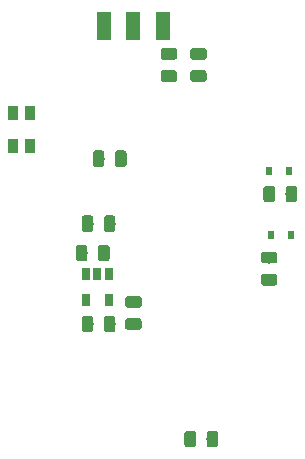
<source format=gtp>
G04 #@! TF.GenerationSoftware,KiCad,Pcbnew,(5.1.0-0)*
G04 #@! TF.CreationDate,2019-10-12T10:13:56-07:00*
G04 #@! TF.ProjectId,BB-Mainboard-0,42422d4d-6169-46e6-926f-6172642d302e,rev?*
G04 #@! TF.SameCoordinates,Original*
G04 #@! TF.FileFunction,Paste,Top*
G04 #@! TF.FilePolarity,Positive*
%FSLAX46Y46*%
G04 Gerber Fmt 4.6, Leading zero omitted, Abs format (unit mm)*
G04 Created by KiCad (PCBNEW (5.1.0-0)) date 2019-10-12 10:13:56*
%MOMM*%
%LPD*%
G04 APERTURE LIST*
%ADD10C,0.100000*%
%ADD11C,0.975000*%
%ADD12R,0.900000X1.200000*%
%ADD13R,1.194000X2.494000*%
%ADD14R,0.650000X1.060000*%
%ADD15R,0.600000X0.800000*%
G04 APERTURE END LIST*
D10*
G36*
X130980142Y-56888673D02*
G01*
X131003803Y-56892183D01*
X131027007Y-56897995D01*
X131049529Y-56906053D01*
X131071153Y-56916281D01*
X131091670Y-56928578D01*
X131110883Y-56942828D01*
X131128607Y-56958892D01*
X131144671Y-56976616D01*
X131158921Y-56995829D01*
X131171218Y-57016346D01*
X131181446Y-57037970D01*
X131189504Y-57060492D01*
X131195316Y-57083696D01*
X131198826Y-57107357D01*
X131200000Y-57131249D01*
X131200000Y-57618749D01*
X131198826Y-57642641D01*
X131195316Y-57666302D01*
X131189504Y-57689506D01*
X131181446Y-57712028D01*
X131171218Y-57733652D01*
X131158921Y-57754169D01*
X131144671Y-57773382D01*
X131128607Y-57791106D01*
X131110883Y-57807170D01*
X131091670Y-57821420D01*
X131071153Y-57833717D01*
X131049529Y-57843945D01*
X131027007Y-57852003D01*
X131003803Y-57857815D01*
X130980142Y-57861325D01*
X130956250Y-57862499D01*
X130043750Y-57862499D01*
X130019858Y-57861325D01*
X129996197Y-57857815D01*
X129972993Y-57852003D01*
X129950471Y-57843945D01*
X129928847Y-57833717D01*
X129908330Y-57821420D01*
X129889117Y-57807170D01*
X129871393Y-57791106D01*
X129855329Y-57773382D01*
X129841079Y-57754169D01*
X129828782Y-57733652D01*
X129818554Y-57712028D01*
X129810496Y-57689506D01*
X129804684Y-57666302D01*
X129801174Y-57642641D01*
X129800000Y-57618749D01*
X129800000Y-57131249D01*
X129801174Y-57107357D01*
X129804684Y-57083696D01*
X129810496Y-57060492D01*
X129818554Y-57037970D01*
X129828782Y-57016346D01*
X129841079Y-56995829D01*
X129855329Y-56976616D01*
X129871393Y-56958892D01*
X129889117Y-56942828D01*
X129908330Y-56928578D01*
X129928847Y-56916281D01*
X129950471Y-56906053D01*
X129972993Y-56897995D01*
X129996197Y-56892183D01*
X130019858Y-56888673D01*
X130043750Y-56887499D01*
X130956250Y-56887499D01*
X130980142Y-56888673D01*
X130980142Y-56888673D01*
G37*
D11*
X130500000Y-57374999D03*
D10*
G36*
X130980142Y-58763673D02*
G01*
X131003803Y-58767183D01*
X131027007Y-58772995D01*
X131049529Y-58781053D01*
X131071153Y-58791281D01*
X131091670Y-58803578D01*
X131110883Y-58817828D01*
X131128607Y-58833892D01*
X131144671Y-58851616D01*
X131158921Y-58870829D01*
X131171218Y-58891346D01*
X131181446Y-58912970D01*
X131189504Y-58935492D01*
X131195316Y-58958696D01*
X131198826Y-58982357D01*
X131200000Y-59006249D01*
X131200000Y-59493749D01*
X131198826Y-59517641D01*
X131195316Y-59541302D01*
X131189504Y-59564506D01*
X131181446Y-59587028D01*
X131171218Y-59608652D01*
X131158921Y-59629169D01*
X131144671Y-59648382D01*
X131128607Y-59666106D01*
X131110883Y-59682170D01*
X131091670Y-59696420D01*
X131071153Y-59708717D01*
X131049529Y-59718945D01*
X131027007Y-59727003D01*
X131003803Y-59732815D01*
X130980142Y-59736325D01*
X130956250Y-59737499D01*
X130043750Y-59737499D01*
X130019858Y-59736325D01*
X129996197Y-59732815D01*
X129972993Y-59727003D01*
X129950471Y-59718945D01*
X129928847Y-59708717D01*
X129908330Y-59696420D01*
X129889117Y-59682170D01*
X129871393Y-59666106D01*
X129855329Y-59648382D01*
X129841079Y-59629169D01*
X129828782Y-59608652D01*
X129818554Y-59587028D01*
X129810496Y-59564506D01*
X129804684Y-59541302D01*
X129801174Y-59517641D01*
X129800000Y-59493749D01*
X129800000Y-59006249D01*
X129801174Y-58982357D01*
X129804684Y-58958696D01*
X129810496Y-58935492D01*
X129818554Y-58912970D01*
X129828782Y-58891346D01*
X129841079Y-58870829D01*
X129855329Y-58851616D01*
X129871393Y-58833892D01*
X129889117Y-58817828D01*
X129908330Y-58803578D01*
X129928847Y-58791281D01*
X129950471Y-58781053D01*
X129972993Y-58772995D01*
X129996197Y-58767183D01*
X130019858Y-58763673D01*
X130043750Y-58762499D01*
X130956250Y-58762499D01*
X130980142Y-58763673D01*
X130980142Y-58763673D01*
G37*
D11*
X130500000Y-59249999D03*
D12*
X108775000Y-47900000D03*
X110225000Y-45100000D03*
X110225000Y-47900000D03*
X108775000Y-45100000D03*
D10*
G36*
X118205142Y-48301174D02*
G01*
X118228803Y-48304684D01*
X118252007Y-48310496D01*
X118274529Y-48318554D01*
X118296153Y-48328782D01*
X118316670Y-48341079D01*
X118335883Y-48355329D01*
X118353607Y-48371393D01*
X118369671Y-48389117D01*
X118383921Y-48408330D01*
X118396218Y-48428847D01*
X118406446Y-48450471D01*
X118414504Y-48472993D01*
X118420316Y-48496197D01*
X118423826Y-48519858D01*
X118425000Y-48543750D01*
X118425000Y-49456250D01*
X118423826Y-49480142D01*
X118420316Y-49503803D01*
X118414504Y-49527007D01*
X118406446Y-49549529D01*
X118396218Y-49571153D01*
X118383921Y-49591670D01*
X118369671Y-49610883D01*
X118353607Y-49628607D01*
X118335883Y-49644671D01*
X118316670Y-49658921D01*
X118296153Y-49671218D01*
X118274529Y-49681446D01*
X118252007Y-49689504D01*
X118228803Y-49695316D01*
X118205142Y-49698826D01*
X118181250Y-49700000D01*
X117693750Y-49700000D01*
X117669858Y-49698826D01*
X117646197Y-49695316D01*
X117622993Y-49689504D01*
X117600471Y-49681446D01*
X117578847Y-49671218D01*
X117558330Y-49658921D01*
X117539117Y-49644671D01*
X117521393Y-49628607D01*
X117505329Y-49610883D01*
X117491079Y-49591670D01*
X117478782Y-49571153D01*
X117468554Y-49549529D01*
X117460496Y-49527007D01*
X117454684Y-49503803D01*
X117451174Y-49480142D01*
X117450000Y-49456250D01*
X117450000Y-48543750D01*
X117451174Y-48519858D01*
X117454684Y-48496197D01*
X117460496Y-48472993D01*
X117468554Y-48450471D01*
X117478782Y-48428847D01*
X117491079Y-48408330D01*
X117505329Y-48389117D01*
X117521393Y-48371393D01*
X117539117Y-48355329D01*
X117558330Y-48341079D01*
X117578847Y-48328782D01*
X117600471Y-48318554D01*
X117622993Y-48310496D01*
X117646197Y-48304684D01*
X117669858Y-48301174D01*
X117693750Y-48300000D01*
X118181250Y-48300000D01*
X118205142Y-48301174D01*
X118205142Y-48301174D01*
G37*
D11*
X117937500Y-49000000D03*
D10*
G36*
X116330142Y-48301174D02*
G01*
X116353803Y-48304684D01*
X116377007Y-48310496D01*
X116399529Y-48318554D01*
X116421153Y-48328782D01*
X116441670Y-48341079D01*
X116460883Y-48355329D01*
X116478607Y-48371393D01*
X116494671Y-48389117D01*
X116508921Y-48408330D01*
X116521218Y-48428847D01*
X116531446Y-48450471D01*
X116539504Y-48472993D01*
X116545316Y-48496197D01*
X116548826Y-48519858D01*
X116550000Y-48543750D01*
X116550000Y-49456250D01*
X116548826Y-49480142D01*
X116545316Y-49503803D01*
X116539504Y-49527007D01*
X116531446Y-49549529D01*
X116521218Y-49571153D01*
X116508921Y-49591670D01*
X116494671Y-49610883D01*
X116478607Y-49628607D01*
X116460883Y-49644671D01*
X116441670Y-49658921D01*
X116421153Y-49671218D01*
X116399529Y-49681446D01*
X116377007Y-49689504D01*
X116353803Y-49695316D01*
X116330142Y-49698826D01*
X116306250Y-49700000D01*
X115818750Y-49700000D01*
X115794858Y-49698826D01*
X115771197Y-49695316D01*
X115747993Y-49689504D01*
X115725471Y-49681446D01*
X115703847Y-49671218D01*
X115683330Y-49658921D01*
X115664117Y-49644671D01*
X115646393Y-49628607D01*
X115630329Y-49610883D01*
X115616079Y-49591670D01*
X115603782Y-49571153D01*
X115593554Y-49549529D01*
X115585496Y-49527007D01*
X115579684Y-49503803D01*
X115576174Y-49480142D01*
X115575000Y-49456250D01*
X115575000Y-48543750D01*
X115576174Y-48519858D01*
X115579684Y-48496197D01*
X115585496Y-48472993D01*
X115593554Y-48450471D01*
X115603782Y-48428847D01*
X115616079Y-48408330D01*
X115630329Y-48389117D01*
X115646393Y-48371393D01*
X115664117Y-48355329D01*
X115683330Y-48341079D01*
X115703847Y-48328782D01*
X115725471Y-48318554D01*
X115747993Y-48310496D01*
X115771197Y-48304684D01*
X115794858Y-48301174D01*
X115818750Y-48300000D01*
X116306250Y-48300000D01*
X116330142Y-48301174D01*
X116330142Y-48301174D01*
G37*
D11*
X116062500Y-49000000D03*
D13*
X121500000Y-37750000D03*
X119000000Y-37750000D03*
X116500000Y-37750000D03*
D14*
X116900000Y-61000000D03*
X115000000Y-61000000D03*
X115000000Y-58800000D03*
X115950000Y-58800000D03*
X116900000Y-58800000D03*
D10*
G36*
X124080142Y-72051174D02*
G01*
X124103803Y-72054684D01*
X124127007Y-72060496D01*
X124149529Y-72068554D01*
X124171153Y-72078782D01*
X124191670Y-72091079D01*
X124210883Y-72105329D01*
X124228607Y-72121393D01*
X124244671Y-72139117D01*
X124258921Y-72158330D01*
X124271218Y-72178847D01*
X124281446Y-72200471D01*
X124289504Y-72222993D01*
X124295316Y-72246197D01*
X124298826Y-72269858D01*
X124300000Y-72293750D01*
X124300000Y-73206250D01*
X124298826Y-73230142D01*
X124295316Y-73253803D01*
X124289504Y-73277007D01*
X124281446Y-73299529D01*
X124271218Y-73321153D01*
X124258921Y-73341670D01*
X124244671Y-73360883D01*
X124228607Y-73378607D01*
X124210883Y-73394671D01*
X124191670Y-73408921D01*
X124171153Y-73421218D01*
X124149529Y-73431446D01*
X124127007Y-73439504D01*
X124103803Y-73445316D01*
X124080142Y-73448826D01*
X124056250Y-73450000D01*
X123568750Y-73450000D01*
X123544858Y-73448826D01*
X123521197Y-73445316D01*
X123497993Y-73439504D01*
X123475471Y-73431446D01*
X123453847Y-73421218D01*
X123433330Y-73408921D01*
X123414117Y-73394671D01*
X123396393Y-73378607D01*
X123380329Y-73360883D01*
X123366079Y-73341670D01*
X123353782Y-73321153D01*
X123343554Y-73299529D01*
X123335496Y-73277007D01*
X123329684Y-73253803D01*
X123326174Y-73230142D01*
X123325000Y-73206250D01*
X123325000Y-72293750D01*
X123326174Y-72269858D01*
X123329684Y-72246197D01*
X123335496Y-72222993D01*
X123343554Y-72200471D01*
X123353782Y-72178847D01*
X123366079Y-72158330D01*
X123380329Y-72139117D01*
X123396393Y-72121393D01*
X123414117Y-72105329D01*
X123433330Y-72091079D01*
X123453847Y-72078782D01*
X123475471Y-72068554D01*
X123497993Y-72060496D01*
X123521197Y-72054684D01*
X123544858Y-72051174D01*
X123568750Y-72050000D01*
X124056250Y-72050000D01*
X124080142Y-72051174D01*
X124080142Y-72051174D01*
G37*
D11*
X123812500Y-72750000D03*
D10*
G36*
X125955142Y-72051174D02*
G01*
X125978803Y-72054684D01*
X126002007Y-72060496D01*
X126024529Y-72068554D01*
X126046153Y-72078782D01*
X126066670Y-72091079D01*
X126085883Y-72105329D01*
X126103607Y-72121393D01*
X126119671Y-72139117D01*
X126133921Y-72158330D01*
X126146218Y-72178847D01*
X126156446Y-72200471D01*
X126164504Y-72222993D01*
X126170316Y-72246197D01*
X126173826Y-72269858D01*
X126175000Y-72293750D01*
X126175000Y-73206250D01*
X126173826Y-73230142D01*
X126170316Y-73253803D01*
X126164504Y-73277007D01*
X126156446Y-73299529D01*
X126146218Y-73321153D01*
X126133921Y-73341670D01*
X126119671Y-73360883D01*
X126103607Y-73378607D01*
X126085883Y-73394671D01*
X126066670Y-73408921D01*
X126046153Y-73421218D01*
X126024529Y-73431446D01*
X126002007Y-73439504D01*
X125978803Y-73445316D01*
X125955142Y-73448826D01*
X125931250Y-73450000D01*
X125443750Y-73450000D01*
X125419858Y-73448826D01*
X125396197Y-73445316D01*
X125372993Y-73439504D01*
X125350471Y-73431446D01*
X125328847Y-73421218D01*
X125308330Y-73408921D01*
X125289117Y-73394671D01*
X125271393Y-73378607D01*
X125255329Y-73360883D01*
X125241079Y-73341670D01*
X125228782Y-73321153D01*
X125218554Y-73299529D01*
X125210496Y-73277007D01*
X125204684Y-73253803D01*
X125201174Y-73230142D01*
X125200000Y-73206250D01*
X125200000Y-72293750D01*
X125201174Y-72269858D01*
X125204684Y-72246197D01*
X125210496Y-72222993D01*
X125218554Y-72200471D01*
X125228782Y-72178847D01*
X125241079Y-72158330D01*
X125255329Y-72139117D01*
X125271393Y-72121393D01*
X125289117Y-72105329D01*
X125308330Y-72091079D01*
X125328847Y-72078782D01*
X125350471Y-72068554D01*
X125372993Y-72060496D01*
X125396197Y-72054684D01*
X125419858Y-72051174D01*
X125443750Y-72050000D01*
X125931250Y-72050000D01*
X125955142Y-72051174D01*
X125955142Y-72051174D01*
G37*
D11*
X125687500Y-72750000D03*
D10*
G36*
X117267642Y-53801174D02*
G01*
X117291303Y-53804684D01*
X117314507Y-53810496D01*
X117337029Y-53818554D01*
X117358653Y-53828782D01*
X117379170Y-53841079D01*
X117398383Y-53855329D01*
X117416107Y-53871393D01*
X117432171Y-53889117D01*
X117446421Y-53908330D01*
X117458718Y-53928847D01*
X117468946Y-53950471D01*
X117477004Y-53972993D01*
X117482816Y-53996197D01*
X117486326Y-54019858D01*
X117487500Y-54043750D01*
X117487500Y-54956250D01*
X117486326Y-54980142D01*
X117482816Y-55003803D01*
X117477004Y-55027007D01*
X117468946Y-55049529D01*
X117458718Y-55071153D01*
X117446421Y-55091670D01*
X117432171Y-55110883D01*
X117416107Y-55128607D01*
X117398383Y-55144671D01*
X117379170Y-55158921D01*
X117358653Y-55171218D01*
X117337029Y-55181446D01*
X117314507Y-55189504D01*
X117291303Y-55195316D01*
X117267642Y-55198826D01*
X117243750Y-55200000D01*
X116756250Y-55200000D01*
X116732358Y-55198826D01*
X116708697Y-55195316D01*
X116685493Y-55189504D01*
X116662971Y-55181446D01*
X116641347Y-55171218D01*
X116620830Y-55158921D01*
X116601617Y-55144671D01*
X116583893Y-55128607D01*
X116567829Y-55110883D01*
X116553579Y-55091670D01*
X116541282Y-55071153D01*
X116531054Y-55049529D01*
X116522996Y-55027007D01*
X116517184Y-55003803D01*
X116513674Y-54980142D01*
X116512500Y-54956250D01*
X116512500Y-54043750D01*
X116513674Y-54019858D01*
X116517184Y-53996197D01*
X116522996Y-53972993D01*
X116531054Y-53950471D01*
X116541282Y-53928847D01*
X116553579Y-53908330D01*
X116567829Y-53889117D01*
X116583893Y-53871393D01*
X116601617Y-53855329D01*
X116620830Y-53841079D01*
X116641347Y-53828782D01*
X116662971Y-53818554D01*
X116685493Y-53810496D01*
X116708697Y-53804684D01*
X116732358Y-53801174D01*
X116756250Y-53800000D01*
X117243750Y-53800000D01*
X117267642Y-53801174D01*
X117267642Y-53801174D01*
G37*
D11*
X117000000Y-54500000D03*
D10*
G36*
X115392642Y-53801174D02*
G01*
X115416303Y-53804684D01*
X115439507Y-53810496D01*
X115462029Y-53818554D01*
X115483653Y-53828782D01*
X115504170Y-53841079D01*
X115523383Y-53855329D01*
X115541107Y-53871393D01*
X115557171Y-53889117D01*
X115571421Y-53908330D01*
X115583718Y-53928847D01*
X115593946Y-53950471D01*
X115602004Y-53972993D01*
X115607816Y-53996197D01*
X115611326Y-54019858D01*
X115612500Y-54043750D01*
X115612500Y-54956250D01*
X115611326Y-54980142D01*
X115607816Y-55003803D01*
X115602004Y-55027007D01*
X115593946Y-55049529D01*
X115583718Y-55071153D01*
X115571421Y-55091670D01*
X115557171Y-55110883D01*
X115541107Y-55128607D01*
X115523383Y-55144671D01*
X115504170Y-55158921D01*
X115483653Y-55171218D01*
X115462029Y-55181446D01*
X115439507Y-55189504D01*
X115416303Y-55195316D01*
X115392642Y-55198826D01*
X115368750Y-55200000D01*
X114881250Y-55200000D01*
X114857358Y-55198826D01*
X114833697Y-55195316D01*
X114810493Y-55189504D01*
X114787971Y-55181446D01*
X114766347Y-55171218D01*
X114745830Y-55158921D01*
X114726617Y-55144671D01*
X114708893Y-55128607D01*
X114692829Y-55110883D01*
X114678579Y-55091670D01*
X114666282Y-55071153D01*
X114656054Y-55049529D01*
X114647996Y-55027007D01*
X114642184Y-55003803D01*
X114638674Y-54980142D01*
X114637500Y-54956250D01*
X114637500Y-54043750D01*
X114638674Y-54019858D01*
X114642184Y-53996197D01*
X114647996Y-53972993D01*
X114656054Y-53950471D01*
X114666282Y-53928847D01*
X114678579Y-53908330D01*
X114692829Y-53889117D01*
X114708893Y-53871393D01*
X114726617Y-53855329D01*
X114745830Y-53841079D01*
X114766347Y-53828782D01*
X114787971Y-53818554D01*
X114810493Y-53810496D01*
X114833697Y-53804684D01*
X114857358Y-53801174D01*
X114881250Y-53800000D01*
X115368750Y-53800000D01*
X115392642Y-53801174D01*
X115392642Y-53801174D01*
G37*
D11*
X115125000Y-54500000D03*
D10*
G36*
X124980142Y-41513674D02*
G01*
X125003803Y-41517184D01*
X125027007Y-41522996D01*
X125049529Y-41531054D01*
X125071153Y-41541282D01*
X125091670Y-41553579D01*
X125110883Y-41567829D01*
X125128607Y-41583893D01*
X125144671Y-41601617D01*
X125158921Y-41620830D01*
X125171218Y-41641347D01*
X125181446Y-41662971D01*
X125189504Y-41685493D01*
X125195316Y-41708697D01*
X125198826Y-41732358D01*
X125200000Y-41756250D01*
X125200000Y-42243750D01*
X125198826Y-42267642D01*
X125195316Y-42291303D01*
X125189504Y-42314507D01*
X125181446Y-42337029D01*
X125171218Y-42358653D01*
X125158921Y-42379170D01*
X125144671Y-42398383D01*
X125128607Y-42416107D01*
X125110883Y-42432171D01*
X125091670Y-42446421D01*
X125071153Y-42458718D01*
X125049529Y-42468946D01*
X125027007Y-42477004D01*
X125003803Y-42482816D01*
X124980142Y-42486326D01*
X124956250Y-42487500D01*
X124043750Y-42487500D01*
X124019858Y-42486326D01*
X123996197Y-42482816D01*
X123972993Y-42477004D01*
X123950471Y-42468946D01*
X123928847Y-42458718D01*
X123908330Y-42446421D01*
X123889117Y-42432171D01*
X123871393Y-42416107D01*
X123855329Y-42398383D01*
X123841079Y-42379170D01*
X123828782Y-42358653D01*
X123818554Y-42337029D01*
X123810496Y-42314507D01*
X123804684Y-42291303D01*
X123801174Y-42267642D01*
X123800000Y-42243750D01*
X123800000Y-41756250D01*
X123801174Y-41732358D01*
X123804684Y-41708697D01*
X123810496Y-41685493D01*
X123818554Y-41662971D01*
X123828782Y-41641347D01*
X123841079Y-41620830D01*
X123855329Y-41601617D01*
X123871393Y-41583893D01*
X123889117Y-41567829D01*
X123908330Y-41553579D01*
X123928847Y-41541282D01*
X123950471Y-41531054D01*
X123972993Y-41522996D01*
X123996197Y-41517184D01*
X124019858Y-41513674D01*
X124043750Y-41512500D01*
X124956250Y-41512500D01*
X124980142Y-41513674D01*
X124980142Y-41513674D01*
G37*
D11*
X124500000Y-42000000D03*
D10*
G36*
X124980142Y-39638674D02*
G01*
X125003803Y-39642184D01*
X125027007Y-39647996D01*
X125049529Y-39656054D01*
X125071153Y-39666282D01*
X125091670Y-39678579D01*
X125110883Y-39692829D01*
X125128607Y-39708893D01*
X125144671Y-39726617D01*
X125158921Y-39745830D01*
X125171218Y-39766347D01*
X125181446Y-39787971D01*
X125189504Y-39810493D01*
X125195316Y-39833697D01*
X125198826Y-39857358D01*
X125200000Y-39881250D01*
X125200000Y-40368750D01*
X125198826Y-40392642D01*
X125195316Y-40416303D01*
X125189504Y-40439507D01*
X125181446Y-40462029D01*
X125171218Y-40483653D01*
X125158921Y-40504170D01*
X125144671Y-40523383D01*
X125128607Y-40541107D01*
X125110883Y-40557171D01*
X125091670Y-40571421D01*
X125071153Y-40583718D01*
X125049529Y-40593946D01*
X125027007Y-40602004D01*
X125003803Y-40607816D01*
X124980142Y-40611326D01*
X124956250Y-40612500D01*
X124043750Y-40612500D01*
X124019858Y-40611326D01*
X123996197Y-40607816D01*
X123972993Y-40602004D01*
X123950471Y-40593946D01*
X123928847Y-40583718D01*
X123908330Y-40571421D01*
X123889117Y-40557171D01*
X123871393Y-40541107D01*
X123855329Y-40523383D01*
X123841079Y-40504170D01*
X123828782Y-40483653D01*
X123818554Y-40462029D01*
X123810496Y-40439507D01*
X123804684Y-40416303D01*
X123801174Y-40392642D01*
X123800000Y-40368750D01*
X123800000Y-39881250D01*
X123801174Y-39857358D01*
X123804684Y-39833697D01*
X123810496Y-39810493D01*
X123818554Y-39787971D01*
X123828782Y-39766347D01*
X123841079Y-39745830D01*
X123855329Y-39726617D01*
X123871393Y-39708893D01*
X123889117Y-39692829D01*
X123908330Y-39678579D01*
X123928847Y-39666282D01*
X123950471Y-39656054D01*
X123972993Y-39647996D01*
X123996197Y-39642184D01*
X124019858Y-39638674D01*
X124043750Y-39637500D01*
X124956250Y-39637500D01*
X124980142Y-39638674D01*
X124980142Y-39638674D01*
G37*
D11*
X124500000Y-40125000D03*
D10*
G36*
X119480142Y-62513674D02*
G01*
X119503803Y-62517184D01*
X119527007Y-62522996D01*
X119549529Y-62531054D01*
X119571153Y-62541282D01*
X119591670Y-62553579D01*
X119610883Y-62567829D01*
X119628607Y-62583893D01*
X119644671Y-62601617D01*
X119658921Y-62620830D01*
X119671218Y-62641347D01*
X119681446Y-62662971D01*
X119689504Y-62685493D01*
X119695316Y-62708697D01*
X119698826Y-62732358D01*
X119700000Y-62756250D01*
X119700000Y-63243750D01*
X119698826Y-63267642D01*
X119695316Y-63291303D01*
X119689504Y-63314507D01*
X119681446Y-63337029D01*
X119671218Y-63358653D01*
X119658921Y-63379170D01*
X119644671Y-63398383D01*
X119628607Y-63416107D01*
X119610883Y-63432171D01*
X119591670Y-63446421D01*
X119571153Y-63458718D01*
X119549529Y-63468946D01*
X119527007Y-63477004D01*
X119503803Y-63482816D01*
X119480142Y-63486326D01*
X119456250Y-63487500D01*
X118543750Y-63487500D01*
X118519858Y-63486326D01*
X118496197Y-63482816D01*
X118472993Y-63477004D01*
X118450471Y-63468946D01*
X118428847Y-63458718D01*
X118408330Y-63446421D01*
X118389117Y-63432171D01*
X118371393Y-63416107D01*
X118355329Y-63398383D01*
X118341079Y-63379170D01*
X118328782Y-63358653D01*
X118318554Y-63337029D01*
X118310496Y-63314507D01*
X118304684Y-63291303D01*
X118301174Y-63267642D01*
X118300000Y-63243750D01*
X118300000Y-62756250D01*
X118301174Y-62732358D01*
X118304684Y-62708697D01*
X118310496Y-62685493D01*
X118318554Y-62662971D01*
X118328782Y-62641347D01*
X118341079Y-62620830D01*
X118355329Y-62601617D01*
X118371393Y-62583893D01*
X118389117Y-62567829D01*
X118408330Y-62553579D01*
X118428847Y-62541282D01*
X118450471Y-62531054D01*
X118472993Y-62522996D01*
X118496197Y-62517184D01*
X118519858Y-62513674D01*
X118543750Y-62512500D01*
X119456250Y-62512500D01*
X119480142Y-62513674D01*
X119480142Y-62513674D01*
G37*
D11*
X119000000Y-63000000D03*
D10*
G36*
X119480142Y-60638674D02*
G01*
X119503803Y-60642184D01*
X119527007Y-60647996D01*
X119549529Y-60656054D01*
X119571153Y-60666282D01*
X119591670Y-60678579D01*
X119610883Y-60692829D01*
X119628607Y-60708893D01*
X119644671Y-60726617D01*
X119658921Y-60745830D01*
X119671218Y-60766347D01*
X119681446Y-60787971D01*
X119689504Y-60810493D01*
X119695316Y-60833697D01*
X119698826Y-60857358D01*
X119700000Y-60881250D01*
X119700000Y-61368750D01*
X119698826Y-61392642D01*
X119695316Y-61416303D01*
X119689504Y-61439507D01*
X119681446Y-61462029D01*
X119671218Y-61483653D01*
X119658921Y-61504170D01*
X119644671Y-61523383D01*
X119628607Y-61541107D01*
X119610883Y-61557171D01*
X119591670Y-61571421D01*
X119571153Y-61583718D01*
X119549529Y-61593946D01*
X119527007Y-61602004D01*
X119503803Y-61607816D01*
X119480142Y-61611326D01*
X119456250Y-61612500D01*
X118543750Y-61612500D01*
X118519858Y-61611326D01*
X118496197Y-61607816D01*
X118472993Y-61602004D01*
X118450471Y-61593946D01*
X118428847Y-61583718D01*
X118408330Y-61571421D01*
X118389117Y-61557171D01*
X118371393Y-61541107D01*
X118355329Y-61523383D01*
X118341079Y-61504170D01*
X118328782Y-61483653D01*
X118318554Y-61462029D01*
X118310496Y-61439507D01*
X118304684Y-61416303D01*
X118301174Y-61392642D01*
X118300000Y-61368750D01*
X118300000Y-60881250D01*
X118301174Y-60857358D01*
X118304684Y-60833697D01*
X118310496Y-60810493D01*
X118318554Y-60787971D01*
X118328782Y-60766347D01*
X118341079Y-60745830D01*
X118355329Y-60726617D01*
X118371393Y-60708893D01*
X118389117Y-60692829D01*
X118408330Y-60678579D01*
X118428847Y-60666282D01*
X118450471Y-60656054D01*
X118472993Y-60647996D01*
X118496197Y-60642184D01*
X118519858Y-60638674D01*
X118543750Y-60637500D01*
X119456250Y-60637500D01*
X119480142Y-60638674D01*
X119480142Y-60638674D01*
G37*
D11*
X119000000Y-61125000D03*
D10*
G36*
X130767642Y-51301174D02*
G01*
X130791303Y-51304684D01*
X130814507Y-51310496D01*
X130837029Y-51318554D01*
X130858653Y-51328782D01*
X130879170Y-51341079D01*
X130898383Y-51355329D01*
X130916107Y-51371393D01*
X130932171Y-51389117D01*
X130946421Y-51408330D01*
X130958718Y-51428847D01*
X130968946Y-51450471D01*
X130977004Y-51472993D01*
X130982816Y-51496197D01*
X130986326Y-51519858D01*
X130987500Y-51543750D01*
X130987500Y-52456250D01*
X130986326Y-52480142D01*
X130982816Y-52503803D01*
X130977004Y-52527007D01*
X130968946Y-52549529D01*
X130958718Y-52571153D01*
X130946421Y-52591670D01*
X130932171Y-52610883D01*
X130916107Y-52628607D01*
X130898383Y-52644671D01*
X130879170Y-52658921D01*
X130858653Y-52671218D01*
X130837029Y-52681446D01*
X130814507Y-52689504D01*
X130791303Y-52695316D01*
X130767642Y-52698826D01*
X130743750Y-52700000D01*
X130256250Y-52700000D01*
X130232358Y-52698826D01*
X130208697Y-52695316D01*
X130185493Y-52689504D01*
X130162971Y-52681446D01*
X130141347Y-52671218D01*
X130120830Y-52658921D01*
X130101617Y-52644671D01*
X130083893Y-52628607D01*
X130067829Y-52610883D01*
X130053579Y-52591670D01*
X130041282Y-52571153D01*
X130031054Y-52549529D01*
X130022996Y-52527007D01*
X130017184Y-52503803D01*
X130013674Y-52480142D01*
X130012500Y-52456250D01*
X130012500Y-51543750D01*
X130013674Y-51519858D01*
X130017184Y-51496197D01*
X130022996Y-51472993D01*
X130031054Y-51450471D01*
X130041282Y-51428847D01*
X130053579Y-51408330D01*
X130067829Y-51389117D01*
X130083893Y-51371393D01*
X130101617Y-51355329D01*
X130120830Y-51341079D01*
X130141347Y-51328782D01*
X130162971Y-51318554D01*
X130185493Y-51310496D01*
X130208697Y-51304684D01*
X130232358Y-51301174D01*
X130256250Y-51300000D01*
X130743750Y-51300000D01*
X130767642Y-51301174D01*
X130767642Y-51301174D01*
G37*
D11*
X130500000Y-52000000D03*
D10*
G36*
X132642642Y-51301174D02*
G01*
X132666303Y-51304684D01*
X132689507Y-51310496D01*
X132712029Y-51318554D01*
X132733653Y-51328782D01*
X132754170Y-51341079D01*
X132773383Y-51355329D01*
X132791107Y-51371393D01*
X132807171Y-51389117D01*
X132821421Y-51408330D01*
X132833718Y-51428847D01*
X132843946Y-51450471D01*
X132852004Y-51472993D01*
X132857816Y-51496197D01*
X132861326Y-51519858D01*
X132862500Y-51543750D01*
X132862500Y-52456250D01*
X132861326Y-52480142D01*
X132857816Y-52503803D01*
X132852004Y-52527007D01*
X132843946Y-52549529D01*
X132833718Y-52571153D01*
X132821421Y-52591670D01*
X132807171Y-52610883D01*
X132791107Y-52628607D01*
X132773383Y-52644671D01*
X132754170Y-52658921D01*
X132733653Y-52671218D01*
X132712029Y-52681446D01*
X132689507Y-52689504D01*
X132666303Y-52695316D01*
X132642642Y-52698826D01*
X132618750Y-52700000D01*
X132131250Y-52700000D01*
X132107358Y-52698826D01*
X132083697Y-52695316D01*
X132060493Y-52689504D01*
X132037971Y-52681446D01*
X132016347Y-52671218D01*
X131995830Y-52658921D01*
X131976617Y-52644671D01*
X131958893Y-52628607D01*
X131942829Y-52610883D01*
X131928579Y-52591670D01*
X131916282Y-52571153D01*
X131906054Y-52549529D01*
X131897996Y-52527007D01*
X131892184Y-52503803D01*
X131888674Y-52480142D01*
X131887500Y-52456250D01*
X131887500Y-51543750D01*
X131888674Y-51519858D01*
X131892184Y-51496197D01*
X131897996Y-51472993D01*
X131906054Y-51450471D01*
X131916282Y-51428847D01*
X131928579Y-51408330D01*
X131942829Y-51389117D01*
X131958893Y-51371393D01*
X131976617Y-51355329D01*
X131995830Y-51341079D01*
X132016347Y-51328782D01*
X132037971Y-51318554D01*
X132060493Y-51310496D01*
X132083697Y-51304684D01*
X132107358Y-51301174D01*
X132131250Y-51300000D01*
X132618750Y-51300000D01*
X132642642Y-51301174D01*
X132642642Y-51301174D01*
G37*
D11*
X132375000Y-52000000D03*
D15*
X132200000Y-50000000D03*
X130500000Y-50000000D03*
D10*
G36*
X116767642Y-56301174D02*
G01*
X116791303Y-56304684D01*
X116814507Y-56310496D01*
X116837029Y-56318554D01*
X116858653Y-56328782D01*
X116879170Y-56341079D01*
X116898383Y-56355329D01*
X116916107Y-56371393D01*
X116932171Y-56389117D01*
X116946421Y-56408330D01*
X116958718Y-56428847D01*
X116968946Y-56450471D01*
X116977004Y-56472993D01*
X116982816Y-56496197D01*
X116986326Y-56519858D01*
X116987500Y-56543750D01*
X116987500Y-57456250D01*
X116986326Y-57480142D01*
X116982816Y-57503803D01*
X116977004Y-57527007D01*
X116968946Y-57549529D01*
X116958718Y-57571153D01*
X116946421Y-57591670D01*
X116932171Y-57610883D01*
X116916107Y-57628607D01*
X116898383Y-57644671D01*
X116879170Y-57658921D01*
X116858653Y-57671218D01*
X116837029Y-57681446D01*
X116814507Y-57689504D01*
X116791303Y-57695316D01*
X116767642Y-57698826D01*
X116743750Y-57700000D01*
X116256250Y-57700000D01*
X116232358Y-57698826D01*
X116208697Y-57695316D01*
X116185493Y-57689504D01*
X116162971Y-57681446D01*
X116141347Y-57671218D01*
X116120830Y-57658921D01*
X116101617Y-57644671D01*
X116083893Y-57628607D01*
X116067829Y-57610883D01*
X116053579Y-57591670D01*
X116041282Y-57571153D01*
X116031054Y-57549529D01*
X116022996Y-57527007D01*
X116017184Y-57503803D01*
X116013674Y-57480142D01*
X116012500Y-57456250D01*
X116012500Y-56543750D01*
X116013674Y-56519858D01*
X116017184Y-56496197D01*
X116022996Y-56472993D01*
X116031054Y-56450471D01*
X116041282Y-56428847D01*
X116053579Y-56408330D01*
X116067829Y-56389117D01*
X116083893Y-56371393D01*
X116101617Y-56355329D01*
X116120830Y-56341079D01*
X116141347Y-56328782D01*
X116162971Y-56318554D01*
X116185493Y-56310496D01*
X116208697Y-56304684D01*
X116232358Y-56301174D01*
X116256250Y-56300000D01*
X116743750Y-56300000D01*
X116767642Y-56301174D01*
X116767642Y-56301174D01*
G37*
D11*
X116500000Y-57000000D03*
D10*
G36*
X114892642Y-56301174D02*
G01*
X114916303Y-56304684D01*
X114939507Y-56310496D01*
X114962029Y-56318554D01*
X114983653Y-56328782D01*
X115004170Y-56341079D01*
X115023383Y-56355329D01*
X115041107Y-56371393D01*
X115057171Y-56389117D01*
X115071421Y-56408330D01*
X115083718Y-56428847D01*
X115093946Y-56450471D01*
X115102004Y-56472993D01*
X115107816Y-56496197D01*
X115111326Y-56519858D01*
X115112500Y-56543750D01*
X115112500Y-57456250D01*
X115111326Y-57480142D01*
X115107816Y-57503803D01*
X115102004Y-57527007D01*
X115093946Y-57549529D01*
X115083718Y-57571153D01*
X115071421Y-57591670D01*
X115057171Y-57610883D01*
X115041107Y-57628607D01*
X115023383Y-57644671D01*
X115004170Y-57658921D01*
X114983653Y-57671218D01*
X114962029Y-57681446D01*
X114939507Y-57689504D01*
X114916303Y-57695316D01*
X114892642Y-57698826D01*
X114868750Y-57700000D01*
X114381250Y-57700000D01*
X114357358Y-57698826D01*
X114333697Y-57695316D01*
X114310493Y-57689504D01*
X114287971Y-57681446D01*
X114266347Y-57671218D01*
X114245830Y-57658921D01*
X114226617Y-57644671D01*
X114208893Y-57628607D01*
X114192829Y-57610883D01*
X114178579Y-57591670D01*
X114166282Y-57571153D01*
X114156054Y-57549529D01*
X114147996Y-57527007D01*
X114142184Y-57503803D01*
X114138674Y-57480142D01*
X114137500Y-57456250D01*
X114137500Y-56543750D01*
X114138674Y-56519858D01*
X114142184Y-56496197D01*
X114147996Y-56472993D01*
X114156054Y-56450471D01*
X114166282Y-56428847D01*
X114178579Y-56408330D01*
X114192829Y-56389117D01*
X114208893Y-56371393D01*
X114226617Y-56355329D01*
X114245830Y-56341079D01*
X114266347Y-56328782D01*
X114287971Y-56318554D01*
X114310493Y-56310496D01*
X114333697Y-56304684D01*
X114357358Y-56301174D01*
X114381250Y-56300000D01*
X114868750Y-56300000D01*
X114892642Y-56301174D01*
X114892642Y-56301174D01*
G37*
D11*
X114625000Y-57000000D03*
D10*
G36*
X117267642Y-62301174D02*
G01*
X117291303Y-62304684D01*
X117314507Y-62310496D01*
X117337029Y-62318554D01*
X117358653Y-62328782D01*
X117379170Y-62341079D01*
X117398383Y-62355329D01*
X117416107Y-62371393D01*
X117432171Y-62389117D01*
X117446421Y-62408330D01*
X117458718Y-62428847D01*
X117468946Y-62450471D01*
X117477004Y-62472993D01*
X117482816Y-62496197D01*
X117486326Y-62519858D01*
X117487500Y-62543750D01*
X117487500Y-63456250D01*
X117486326Y-63480142D01*
X117482816Y-63503803D01*
X117477004Y-63527007D01*
X117468946Y-63549529D01*
X117458718Y-63571153D01*
X117446421Y-63591670D01*
X117432171Y-63610883D01*
X117416107Y-63628607D01*
X117398383Y-63644671D01*
X117379170Y-63658921D01*
X117358653Y-63671218D01*
X117337029Y-63681446D01*
X117314507Y-63689504D01*
X117291303Y-63695316D01*
X117267642Y-63698826D01*
X117243750Y-63700000D01*
X116756250Y-63700000D01*
X116732358Y-63698826D01*
X116708697Y-63695316D01*
X116685493Y-63689504D01*
X116662971Y-63681446D01*
X116641347Y-63671218D01*
X116620830Y-63658921D01*
X116601617Y-63644671D01*
X116583893Y-63628607D01*
X116567829Y-63610883D01*
X116553579Y-63591670D01*
X116541282Y-63571153D01*
X116531054Y-63549529D01*
X116522996Y-63527007D01*
X116517184Y-63503803D01*
X116513674Y-63480142D01*
X116512500Y-63456250D01*
X116512500Y-62543750D01*
X116513674Y-62519858D01*
X116517184Y-62496197D01*
X116522996Y-62472993D01*
X116531054Y-62450471D01*
X116541282Y-62428847D01*
X116553579Y-62408330D01*
X116567829Y-62389117D01*
X116583893Y-62371393D01*
X116601617Y-62355329D01*
X116620830Y-62341079D01*
X116641347Y-62328782D01*
X116662971Y-62318554D01*
X116685493Y-62310496D01*
X116708697Y-62304684D01*
X116732358Y-62301174D01*
X116756250Y-62300000D01*
X117243750Y-62300000D01*
X117267642Y-62301174D01*
X117267642Y-62301174D01*
G37*
D11*
X117000000Y-63000000D03*
D10*
G36*
X115392642Y-62301174D02*
G01*
X115416303Y-62304684D01*
X115439507Y-62310496D01*
X115462029Y-62318554D01*
X115483653Y-62328782D01*
X115504170Y-62341079D01*
X115523383Y-62355329D01*
X115541107Y-62371393D01*
X115557171Y-62389117D01*
X115571421Y-62408330D01*
X115583718Y-62428847D01*
X115593946Y-62450471D01*
X115602004Y-62472993D01*
X115607816Y-62496197D01*
X115611326Y-62519858D01*
X115612500Y-62543750D01*
X115612500Y-63456250D01*
X115611326Y-63480142D01*
X115607816Y-63503803D01*
X115602004Y-63527007D01*
X115593946Y-63549529D01*
X115583718Y-63571153D01*
X115571421Y-63591670D01*
X115557171Y-63610883D01*
X115541107Y-63628607D01*
X115523383Y-63644671D01*
X115504170Y-63658921D01*
X115483653Y-63671218D01*
X115462029Y-63681446D01*
X115439507Y-63689504D01*
X115416303Y-63695316D01*
X115392642Y-63698826D01*
X115368750Y-63700000D01*
X114881250Y-63700000D01*
X114857358Y-63698826D01*
X114833697Y-63695316D01*
X114810493Y-63689504D01*
X114787971Y-63681446D01*
X114766347Y-63671218D01*
X114745830Y-63658921D01*
X114726617Y-63644671D01*
X114708893Y-63628607D01*
X114692829Y-63610883D01*
X114678579Y-63591670D01*
X114666282Y-63571153D01*
X114656054Y-63549529D01*
X114647996Y-63527007D01*
X114642184Y-63503803D01*
X114638674Y-63480142D01*
X114637500Y-63456250D01*
X114637500Y-62543750D01*
X114638674Y-62519858D01*
X114642184Y-62496197D01*
X114647996Y-62472993D01*
X114656054Y-62450471D01*
X114666282Y-62428847D01*
X114678579Y-62408330D01*
X114692829Y-62389117D01*
X114708893Y-62371393D01*
X114726617Y-62355329D01*
X114745830Y-62341079D01*
X114766347Y-62328782D01*
X114787971Y-62318554D01*
X114810493Y-62310496D01*
X114833697Y-62304684D01*
X114857358Y-62301174D01*
X114881250Y-62300000D01*
X115368750Y-62300000D01*
X115392642Y-62301174D01*
X115392642Y-62301174D01*
G37*
D11*
X115125000Y-63000000D03*
D15*
X130650000Y-55500000D03*
X132350000Y-55500000D03*
D10*
G36*
X122480142Y-41513674D02*
G01*
X122503803Y-41517184D01*
X122527007Y-41522996D01*
X122549529Y-41531054D01*
X122571153Y-41541282D01*
X122591670Y-41553579D01*
X122610883Y-41567829D01*
X122628607Y-41583893D01*
X122644671Y-41601617D01*
X122658921Y-41620830D01*
X122671218Y-41641347D01*
X122681446Y-41662971D01*
X122689504Y-41685493D01*
X122695316Y-41708697D01*
X122698826Y-41732358D01*
X122700000Y-41756250D01*
X122700000Y-42243750D01*
X122698826Y-42267642D01*
X122695316Y-42291303D01*
X122689504Y-42314507D01*
X122681446Y-42337029D01*
X122671218Y-42358653D01*
X122658921Y-42379170D01*
X122644671Y-42398383D01*
X122628607Y-42416107D01*
X122610883Y-42432171D01*
X122591670Y-42446421D01*
X122571153Y-42458718D01*
X122549529Y-42468946D01*
X122527007Y-42477004D01*
X122503803Y-42482816D01*
X122480142Y-42486326D01*
X122456250Y-42487500D01*
X121543750Y-42487500D01*
X121519858Y-42486326D01*
X121496197Y-42482816D01*
X121472993Y-42477004D01*
X121450471Y-42468946D01*
X121428847Y-42458718D01*
X121408330Y-42446421D01*
X121389117Y-42432171D01*
X121371393Y-42416107D01*
X121355329Y-42398383D01*
X121341079Y-42379170D01*
X121328782Y-42358653D01*
X121318554Y-42337029D01*
X121310496Y-42314507D01*
X121304684Y-42291303D01*
X121301174Y-42267642D01*
X121300000Y-42243750D01*
X121300000Y-41756250D01*
X121301174Y-41732358D01*
X121304684Y-41708697D01*
X121310496Y-41685493D01*
X121318554Y-41662971D01*
X121328782Y-41641347D01*
X121341079Y-41620830D01*
X121355329Y-41601617D01*
X121371393Y-41583893D01*
X121389117Y-41567829D01*
X121408330Y-41553579D01*
X121428847Y-41541282D01*
X121450471Y-41531054D01*
X121472993Y-41522996D01*
X121496197Y-41517184D01*
X121519858Y-41513674D01*
X121543750Y-41512500D01*
X122456250Y-41512500D01*
X122480142Y-41513674D01*
X122480142Y-41513674D01*
G37*
D11*
X122000000Y-42000000D03*
D10*
G36*
X122480142Y-39638674D02*
G01*
X122503803Y-39642184D01*
X122527007Y-39647996D01*
X122549529Y-39656054D01*
X122571153Y-39666282D01*
X122591670Y-39678579D01*
X122610883Y-39692829D01*
X122628607Y-39708893D01*
X122644671Y-39726617D01*
X122658921Y-39745830D01*
X122671218Y-39766347D01*
X122681446Y-39787971D01*
X122689504Y-39810493D01*
X122695316Y-39833697D01*
X122698826Y-39857358D01*
X122700000Y-39881250D01*
X122700000Y-40368750D01*
X122698826Y-40392642D01*
X122695316Y-40416303D01*
X122689504Y-40439507D01*
X122681446Y-40462029D01*
X122671218Y-40483653D01*
X122658921Y-40504170D01*
X122644671Y-40523383D01*
X122628607Y-40541107D01*
X122610883Y-40557171D01*
X122591670Y-40571421D01*
X122571153Y-40583718D01*
X122549529Y-40593946D01*
X122527007Y-40602004D01*
X122503803Y-40607816D01*
X122480142Y-40611326D01*
X122456250Y-40612500D01*
X121543750Y-40612500D01*
X121519858Y-40611326D01*
X121496197Y-40607816D01*
X121472993Y-40602004D01*
X121450471Y-40593946D01*
X121428847Y-40583718D01*
X121408330Y-40571421D01*
X121389117Y-40557171D01*
X121371393Y-40541107D01*
X121355329Y-40523383D01*
X121341079Y-40504170D01*
X121328782Y-40483653D01*
X121318554Y-40462029D01*
X121310496Y-40439507D01*
X121304684Y-40416303D01*
X121301174Y-40392642D01*
X121300000Y-40368750D01*
X121300000Y-39881250D01*
X121301174Y-39857358D01*
X121304684Y-39833697D01*
X121310496Y-39810493D01*
X121318554Y-39787971D01*
X121328782Y-39766347D01*
X121341079Y-39745830D01*
X121355329Y-39726617D01*
X121371393Y-39708893D01*
X121389117Y-39692829D01*
X121408330Y-39678579D01*
X121428847Y-39666282D01*
X121450471Y-39656054D01*
X121472993Y-39647996D01*
X121496197Y-39642184D01*
X121519858Y-39638674D01*
X121543750Y-39637500D01*
X122456250Y-39637500D01*
X122480142Y-39638674D01*
X122480142Y-39638674D01*
G37*
D11*
X122000000Y-40125000D03*
M02*

</source>
